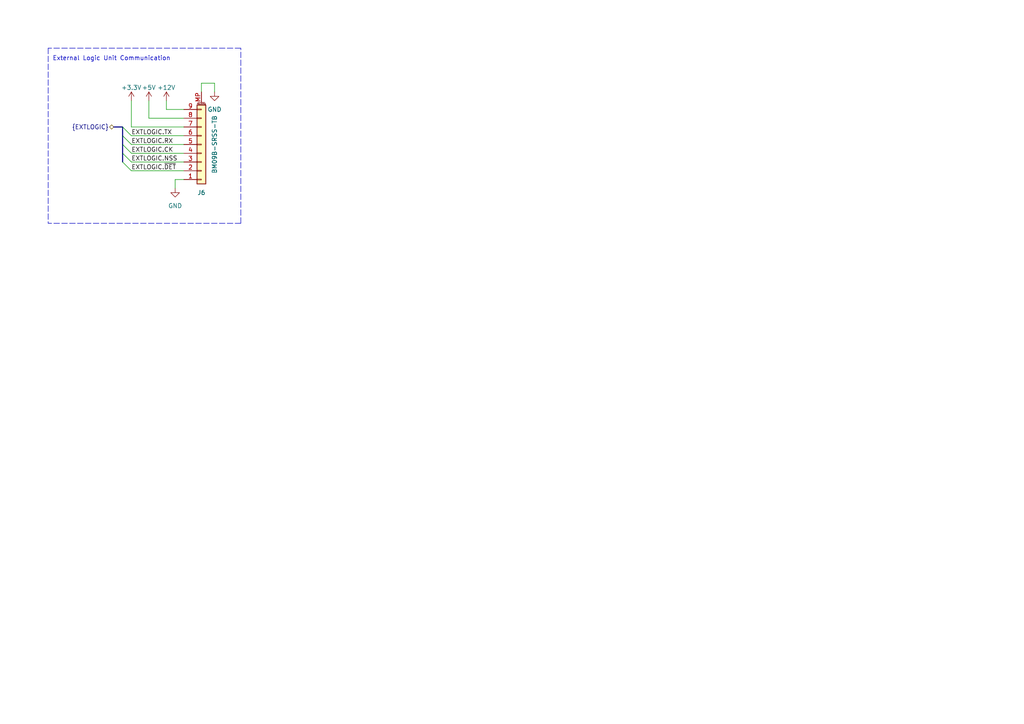
<source format=kicad_sch>
(kicad_sch (version 20230121) (generator eeschema)
  (paper "A4")
  (lib_symbols
    (symbol "Connector_Generic_MountingPin:Conn_01x09_MountingPin" (pin_names (offset 1.016) hide)
      (property "Reference" "J" (at 0 12.7 0))
      (property "Value" "Conn_01x09_MountingPin" (at 1.27 -12.7 0))
      (symbol "Conn_01x09_MountingPin_1_1"
        (rectangle (start -1.27 -10.033) (end 0 -10.287) (stroke (width 0.1524)))
        (rectangle (start -1.27 -7.493) (end 0 -7.747) (stroke (width 0.1524)))
        (rectangle (start -1.27 -4.953) (end 0 -5.207) (stroke (width 0.1524)))
        (rectangle (start -1.27 -2.413) (end 0 -2.667) (stroke (width 0.1524)))
        (rectangle (start -1.27 0.127) (end 0 -0.127) (stroke (width 0.1524)))
        (rectangle (start -1.27 2.667) (end 0 2.413) (stroke (width 0.1524)))
        (rectangle (start -1.27 5.207) (end 0 4.953) (stroke (width 0.1524)))
        (rectangle (start -1.27 7.747) (end 0 7.493) (stroke (width 0.1524)))
        (rectangle (start -1.27 10.287) (end 0 10.033) (stroke (width 0.1524)))
        (rectangle (start -1.27 11.43) (end 1.27 -11.43) (stroke (width 0.254)) (fill (type background)))
        (polyline (pts (xy -1.016 -12.192) (xy 1.016 -12.192)) (stroke (width 0.1524)))
        (text "Mounting" (at 0 -11.811 0) (effects (font (size 0.381 0.381))))
        (pin passive line (at -5.08 10.16 0) (length 3.81) (name "Pin_1") (number "1"))
        (pin passive line (at -5.08 7.62 0) (length 3.81) (name "Pin_2") (number "2"))
        (pin passive line (at -5.08 5.08 0) (length 3.81) (name "Pin_3") (number "3"))
        (pin passive line (at -5.08 2.54 0) (length 3.81) (name "Pin_4") (number "4"))
        (pin passive line (at -5.08 0 0) (length 3.81) (name "Pin_5") (number "5"))
        (pin passive line (at -5.08 -2.54 0) (length 3.81) (name "Pin_6") (number "6"))
        (pin passive line (at -5.08 -5.08 0) (length 3.81) (name "Pin_7") (number "7"))
        (pin passive line (at -5.08 -7.62 0) (length 3.81) (name "Pin_8") (number "8"))
        (pin passive line (at -5.08 -10.16 0) (length 3.81) (name "Pin_9") (number "9"))
        (pin passive line (at 0 -15.24 90) (length 3.048) (name "MountPin") (number "MP"))
      )
    )
    (symbol "power:+12V" (power) (pin_names (offset 0))
      (property "Value" "+12V" (at 0 3.556 0))
      (symbol "+12V_0_1"
        (polyline (pts (xy -0.762 1.27) (xy 0 2.54)))
        (polyline (pts (xy 0 0) (xy 0 2.54)))
        (polyline (pts (xy 0 2.54) (xy 0.762 1.27)))
      )
      (symbol "+12V_1_1"
        (pin power_in line (at 0 0 90) (length 0) hide (name "+12V") (number "1"))
      )
    )
    (symbol "power:+3.3V" (power) (pin_names (offset 0))
      (property "Value" "+3.3V" (at 0 3.556 0))
      (symbol "+3.3V_0_1"
        (polyline (pts (xy -0.762 1.27) (xy 0 2.54)))
        (polyline (pts (xy 0 0) (xy 0 2.54)))
        (polyline (pts (xy 0 2.54) (xy 0.762 1.27)))
      )
      (symbol "+3.3V_1_1"
        (pin power_in line (at 0 0 90) (length 0) hide (name "+3.3V") (number "1"))
      )
    )
    (symbol "power:+5V" (power) (pin_names (offset 0))
      (property "Value" "+5V" (at 0 3.556 0))
      (symbol "+5V_0_1"
        (polyline (pts (xy -0.762 1.27) (xy 0 2.54)))
        (polyline (pts (xy 0 0) (xy 0 2.54)))
        (polyline (pts (xy 0 2.54) (xy 0.762 1.27)))
      )
      (symbol "+5V_1_1"
        (pin power_in line (at 0 0 90) (length 0) hide (name "+5V") (number "1"))
      )
    )
    (symbol "power:GND" (power) (pin_names (offset 0))
      (property "Value" "GND" (at 0 -3.81 0))
      (symbol "GND_0_1"
        (polyline (pts (xy 0 0) (xy 0 -1.27) (xy 1.27 -1.27) (xy 0 -2.54) (xy -1.27 -1.27) (xy 0 -1.27)))
      )
      (symbol "GND_1_1"
        (pin power_in line (at 0 0 270) (length 0) hide (name "GND") (number "1"))
      )
    )
  )
  (bus_entry (at 35.56 39.37) (size 2.54 2.54))
  (bus_entry (at 35.56 41.91) (size 2.54 2.54))
  (bus_entry (at 35.56 46.99) (size 2.54 2.54))
  (bus_entry (at 35.56 44.45) (size 2.54 2.54))
  (bus_entry (at 35.56 36.83) (size 2.54 2.54))
  (wire (pts (xy 50.8 52.07) (xy 50.8 54.61)))
  (wire (pts (xy 38.1 29.21) (xy 38.1 36.83)))
  (wire (pts (xy 48.26 29.21) (xy 48.26 31.75)))
  (wire (pts (xy 38.1 46.99) (xy 53.34 46.99)))
  (wire (pts (xy 38.1 49.53) (xy 53.34 49.53)))
  (wire (pts (xy 38.1 36.83) (xy 53.34 36.83)))
  (wire (pts (xy 38.1 41.91) (xy 53.34 41.91)))
  (wire (pts (xy 62.23 24.13) (xy 62.23 26.67)))
  (wire (pts (xy 38.1 44.45) (xy 53.34 44.45)))
  (wire (pts (xy 58.42 24.13) (xy 62.23 24.13)))
  (bus (pts (xy 35.56 44.45) (xy 35.56 46.99)))
  (wire (pts (xy 58.42 26.67) (xy 58.42 24.13)))
  (wire (pts (xy 53.34 34.29) (xy 43.18 34.29)))
  (polyline (pts (xy 69.85 13.97) (xy 13.97 13.97)) (stroke (width 0) (type dash)))
  (polyline (pts (xy 69.85 64.77) (xy 13.97 64.77)) (stroke (width 0) (type dash)))
  (polyline (pts (xy 13.97 13.97) (xy 13.97 64.77)) (stroke (width 0) (type dash)))
  (wire (pts (xy 38.1 39.37) (xy 53.34 39.37)))
  (polyline (pts (xy 69.85 64.77) (xy 69.85 13.97)) (stroke (width 0) (type dash)))
  (bus (pts (xy 35.56 39.37) (xy 35.56 36.83)))
  (bus (pts (xy 35.56 41.91) (xy 35.56 44.45)))
  (bus (pts (xy 35.56 39.37) (xy 35.56 41.91)))
  (wire (pts (xy 53.34 52.07) (xy 50.8 52.07)))
  (wire (pts (xy 53.34 31.75) (xy 48.26 31.75)))
  (bus (pts (xy 35.56 36.83) (xy 33.02 36.83)))
  (wire (pts (xy 43.18 34.29) (xy 43.18 29.21)))
  (text "External Logic Unit Communication" (at 15.24 17.78 0) (effects (font (size 1.27 1.27)) (justify left bottom)))
  (label "EXTLOGIC.~{DET}" (at 38.1 49.53 0))
  (label "EXTLOGIC.NSS" (at 38.1 46.99 0))
  (label "EXTLOGIC.CK" (at 38.1 44.45 0))
  (label "EXTLOGIC.TX" (at 38.1 39.37 0))
  (label "EXTLOGIC.RX" (at 38.1 41.91 0))
  (hierarchical_label "{EXTLOGIC}" (shape bidirectional) (at 33.02 36.83 180))
  (symbol (lib_id "power:GND") (at 50.8 54.61 0) (unit 1)
    (property "Reference" "#PWR087" (effects hide))
    (property "Value" "GND" (at 50.8 59.69 0))
    (instances (project "control" (path "" (reference "#PWR087") (unit 1)) (path "" (reference "#PWR029") (unit 1)) (path "" (reference "#PWR0309") (unit 1))))
  )
  (symbol (lib_id "power:+3.3V") (at 38.1 29.21 0) (unit 1)
    (property "Reference" "#PWR083" (effects hide))
    (property "Value" "+3.3V" (at 38.1 25.4 0))
    (instances (project "control" (path "" (reference "#PWR083") (unit 1)) (path "" (reference "#PWR022") (unit 1)) (path "" (reference "#PWR0306") (unit 1))))
  )
  (symbol (lib_id "power:+5V") (at 43.18 29.21 0) (unit 1)
    (property "Reference" "#PWR084" (effects hide))
    (property "Value" "+5V" (at 43.1799 25.4 0))
    (instances (project "control" (path "" (reference "#PWR084") (unit 1)) (path "" (reference "#PWR024") (unit 1)) (path "" (reference "#PWR0307") (unit 1))))
  )
  (symbol (lib_id "power:+12V") (at 48.26 29.21 0) (unit 1)
    (property "Reference" "#PWR086" (effects hide))
    (property "Value" "+12V" (at 48.26 25.4 0))
    (instances (project "control" (path "" (reference "#PWR086") (unit 1)) (path "" (reference "#PWR026") (unit 1)) (path "" (reference "#PWR0308") (unit 1))))
  )
  (symbol (lib_id "power:GND") (at 62.23 26.67 0) (unit 1)
    (property "Reference" "#PWR088" (effects hide))
    (property "Value" "GND" (at 62.23 31.75 0))
    (instances (project "control" (path "" (reference "#PWR088") (unit 1)) (path "" (reference "#PWR033") (unit 1)) (path "" (reference "#PWR0310") (unit 1))))
  )
  (symbol (lib_id "Connector_Generic_MountingPin:Conn_01x09_MountingPin") (at 58.42 41.91 0) (mirror x) (unit 1)
    (property "Reference" "J6" (at 58.42 55.88 0))
    (property "Value" "BM09B-SRSS-TB" (at 62.23 41.91 90))
    (property "Footprint" "Connector_JST:JST_SH_BM09B-SRSS-TB_1x09-1MP_P1.00mm_Vertical" (effects hide))
    (instances (project "control" (path "" (reference "J6") (unit 1)) (path "" (reference "J8") (unit 1)) (path "" (reference "J19") (unit 1))))
  )
)
</source>
